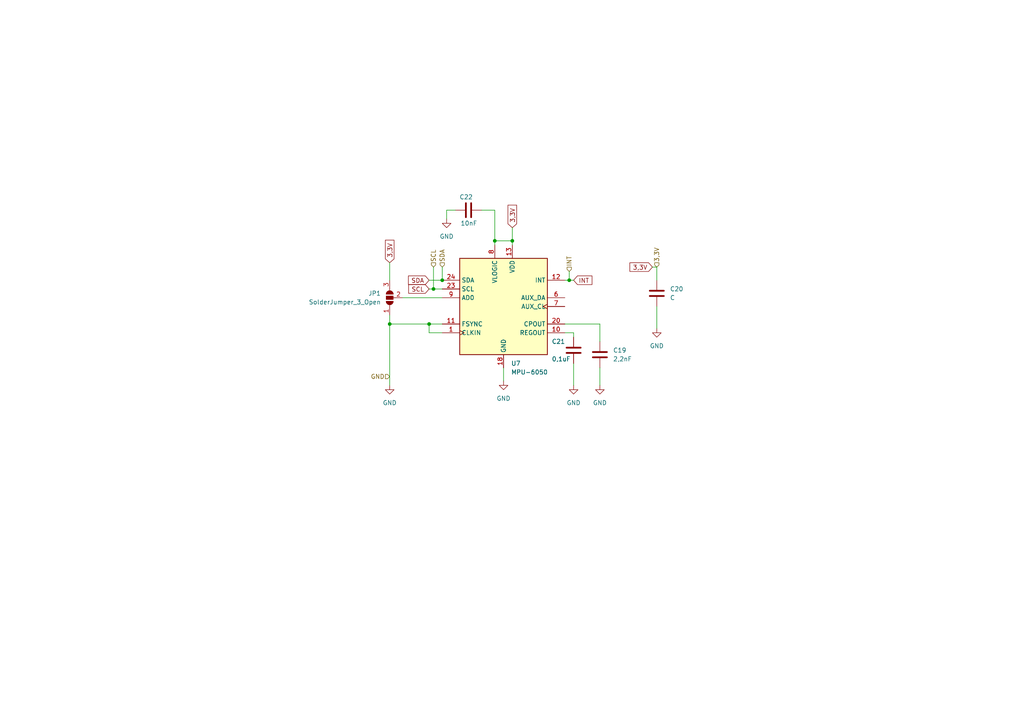
<source format=kicad_sch>
(kicad_sch (version 20230121) (generator eeschema)

  (uuid 6f350e2f-c20e-4c2f-9bd6-6dab14b5e588)

  (paper "A4")

  (lib_symbols
    (symbol "Device:C" (pin_numbers hide) (pin_names (offset 0.254)) (in_bom yes) (on_board yes)
      (property "Reference" "C" (at 0.635 2.54 0)
        (effects (font (size 1.27 1.27)) (justify left))
      )
      (property "Value" "C" (at 0.635 -2.54 0)
        (effects (font (size 1.27 1.27)) (justify left))
      )
      (property "Footprint" "" (at 0.9652 -3.81 0)
        (effects (font (size 1.27 1.27)) hide)
      )
      (property "Datasheet" "~" (at 0 0 0)
        (effects (font (size 1.27 1.27)) hide)
      )
      (property "ki_keywords" "cap capacitor" (at 0 0 0)
        (effects (font (size 1.27 1.27)) hide)
      )
      (property "ki_description" "Unpolarized capacitor" (at 0 0 0)
        (effects (font (size 1.27 1.27)) hide)
      )
      (property "ki_fp_filters" "C_*" (at 0 0 0)
        (effects (font (size 1.27 1.27)) hide)
      )
      (symbol "C_0_1"
        (polyline
          (pts
            (xy -2.032 -0.762)
            (xy 2.032 -0.762)
          )
          (stroke (width 0.508) (type default))
          (fill (type none))
        )
        (polyline
          (pts
            (xy -2.032 0.762)
            (xy 2.032 0.762)
          )
          (stroke (width 0.508) (type default))
          (fill (type none))
        )
      )
      (symbol "C_1_1"
        (pin passive line (at 0 3.81 270) (length 2.794)
          (name "~" (effects (font (size 1.27 1.27))))
          (number "1" (effects (font (size 1.27 1.27))))
        )
        (pin passive line (at 0 -3.81 90) (length 2.794)
          (name "~" (effects (font (size 1.27 1.27))))
          (number "2" (effects (font (size 1.27 1.27))))
        )
      )
    )
    (symbol "Jumper:SolderJumper_3_Open" (pin_names (offset 0) hide) (in_bom yes) (on_board yes)
      (property "Reference" "JP" (at -2.54 -2.54 0)
        (effects (font (size 1.27 1.27)))
      )
      (property "Value" "SolderJumper_3_Open" (at 0 2.794 0)
        (effects (font (size 1.27 1.27)))
      )
      (property "Footprint" "" (at 0 0 0)
        (effects (font (size 1.27 1.27)) hide)
      )
      (property "Datasheet" "~" (at 0 0 0)
        (effects (font (size 1.27 1.27)) hide)
      )
      (property "ki_keywords" "Solder Jumper SPDT" (at 0 0 0)
        (effects (font (size 1.27 1.27)) hide)
      )
      (property "ki_description" "Solder Jumper, 3-pole, open" (at 0 0 0)
        (effects (font (size 1.27 1.27)) hide)
      )
      (property "ki_fp_filters" "SolderJumper*Open*" (at 0 0 0)
        (effects (font (size 1.27 1.27)) hide)
      )
      (symbol "SolderJumper_3_Open_0_1"
        (arc (start -1.016 1.016) (mid -2.0276 0) (end -1.016 -1.016)
          (stroke (width 0) (type default))
          (fill (type none))
        )
        (arc (start -1.016 1.016) (mid -2.0276 0) (end -1.016 -1.016)
          (stroke (width 0) (type default))
          (fill (type outline))
        )
        (rectangle (start -0.508 1.016) (end 0.508 -1.016)
          (stroke (width 0) (type default))
          (fill (type outline))
        )
        (polyline
          (pts
            (xy -2.54 0)
            (xy -2.032 0)
          )
          (stroke (width 0) (type default))
          (fill (type none))
        )
        (polyline
          (pts
            (xy -1.016 1.016)
            (xy -1.016 -1.016)
          )
          (stroke (width 0) (type default))
          (fill (type none))
        )
        (polyline
          (pts
            (xy 0 -1.27)
            (xy 0 -1.016)
          )
          (stroke (width 0) (type default))
          (fill (type none))
        )
        (polyline
          (pts
            (xy 1.016 1.016)
            (xy 1.016 -1.016)
          )
          (stroke (width 0) (type default))
          (fill (type none))
        )
        (polyline
          (pts
            (xy 2.54 0)
            (xy 2.032 0)
          )
          (stroke (width 0) (type default))
          (fill (type none))
        )
        (arc (start 1.016 -1.016) (mid 2.0276 0) (end 1.016 1.016)
          (stroke (width 0) (type default))
          (fill (type none))
        )
        (arc (start 1.016 -1.016) (mid 2.0276 0) (end 1.016 1.016)
          (stroke (width 0) (type default))
          (fill (type outline))
        )
      )
      (symbol "SolderJumper_3_Open_1_1"
        (pin passive line (at -5.08 0 0) (length 2.54)
          (name "A" (effects (font (size 1.27 1.27))))
          (number "1" (effects (font (size 1.27 1.27))))
        )
        (pin passive line (at 0 -3.81 90) (length 2.54)
          (name "C" (effects (font (size 1.27 1.27))))
          (number "2" (effects (font (size 1.27 1.27))))
        )
        (pin passive line (at 5.08 0 180) (length 2.54)
          (name "B" (effects (font (size 1.27 1.27))))
          (number "3" (effects (font (size 1.27 1.27))))
        )
      )
    )
    (symbol "Sensor_Motion:MPU-6050" (in_bom yes) (on_board yes)
      (property "Reference" "U" (at -11.43 13.97 0)
        (effects (font (size 1.27 1.27)))
      )
      (property "Value" "MPU-6050" (at 7.62 -15.24 0)
        (effects (font (size 1.27 1.27)))
      )
      (property "Footprint" "Sensor_Motion:InvenSense_QFN-24_4x4mm_P0.5mm" (at 0 -20.32 0)
        (effects (font (size 1.27 1.27)) hide)
      )
      (property "Datasheet" "https://invensense.tdk.com/wp-content/uploads/2015/02/MPU-6000-Datasheet1.pdf" (at 0 -3.81 0)
        (effects (font (size 1.27 1.27)) hide)
      )
      (property "ki_keywords" "mems" (at 0 0 0)
        (effects (font (size 1.27 1.27)) hide)
      )
      (property "ki_description" "InvenSense 6-Axis Motion Sensor, Gyroscope, Accelerometer, I2C" (at 0 0 0)
        (effects (font (size 1.27 1.27)) hide)
      )
      (property "ki_fp_filters" "*QFN*4x4mm*P0.5mm*" (at 0 0 0)
        (effects (font (size 1.27 1.27)) hide)
      )
      (symbol "MPU-6050_0_0"
        (text "" (at 12.7 -2.54 0)
          (effects (font (size 1.27 1.27)))
        )
      )
      (symbol "MPU-6050_0_1"
        (rectangle (start -12.7 13.97) (end 12.7 -13.97)
          (stroke (width 0.254) (type default))
          (fill (type background))
        )
      )
      (symbol "MPU-6050_1_1"
        (pin input clock (at -17.78 -7.62 0) (length 5.08)
          (name "CLKIN" (effects (font (size 1.27 1.27))))
          (number "1" (effects (font (size 1.27 1.27))))
        )
        (pin passive line (at 17.78 -7.62 180) (length 5.08)
          (name "REGOUT" (effects (font (size 1.27 1.27))))
          (number "10" (effects (font (size 1.27 1.27))))
        )
        (pin input line (at -17.78 -5.08 0) (length 5.08)
          (name "FSYNC" (effects (font (size 1.27 1.27))))
          (number "11" (effects (font (size 1.27 1.27))))
        )
        (pin output line (at 17.78 7.62 180) (length 5.08)
          (name "INT" (effects (font (size 1.27 1.27))))
          (number "12" (effects (font (size 1.27 1.27))))
        )
        (pin power_in line (at 2.54 17.78 270) (length 3.81)
          (name "VDD" (effects (font (size 1.27 1.27))))
          (number "13" (effects (font (size 1.27 1.27))))
        )
        (pin no_connect line (at -12.7 -10.16 0) (length 2.54) hide
          (name "NC" (effects (font (size 1.27 1.27))))
          (number "14" (effects (font (size 1.27 1.27))))
        )
        (pin no_connect line (at 12.7 12.7 180) (length 2.54) hide
          (name "NC" (effects (font (size 1.27 1.27))))
          (number "15" (effects (font (size 1.27 1.27))))
        )
        (pin no_connect line (at 12.7 10.16 180) (length 2.54) hide
          (name "NC" (effects (font (size 1.27 1.27))))
          (number "16" (effects (font (size 1.27 1.27))))
        )
        (pin no_connect line (at 12.7 5.08 180) (length 2.54) hide
          (name "NC" (effects (font (size 1.27 1.27))))
          (number "17" (effects (font (size 1.27 1.27))))
        )
        (pin power_in line (at 0 -17.78 90) (length 3.81)
          (name "GND" (effects (font (size 1.27 1.27))))
          (number "18" (effects (font (size 1.27 1.27))))
        )
        (pin no_connect line (at 12.7 -10.16 180) (length 2.54) hide
          (name "RESV" (effects (font (size 1.27 1.27))))
          (number "19" (effects (font (size 1.27 1.27))))
        )
        (pin no_connect line (at -12.7 12.7 0) (length 2.54) hide
          (name "NC" (effects (font (size 1.27 1.27))))
          (number "2" (effects (font (size 1.27 1.27))))
        )
        (pin passive line (at 17.78 -5.08 180) (length 5.08)
          (name "CPOUT" (effects (font (size 1.27 1.27))))
          (number "20" (effects (font (size 1.27 1.27))))
        )
        (pin no_connect line (at 12.7 -2.54 180) (length 2.54) hide
          (name "RESV" (effects (font (size 1.27 1.27))))
          (number "21" (effects (font (size 1.27 1.27))))
        )
        (pin no_connect line (at 12.7 -12.7 180) (length 2.54) hide
          (name "RESV" (effects (font (size 1.27 1.27))))
          (number "22" (effects (font (size 1.27 1.27))))
        )
        (pin input line (at -17.78 5.08 0) (length 5.08)
          (name "SCL" (effects (font (size 1.27 1.27))))
          (number "23" (effects (font (size 1.27 1.27))))
        )
        (pin bidirectional line (at -17.78 7.62 0) (length 5.08)
          (name "SDA" (effects (font (size 1.27 1.27))))
          (number "24" (effects (font (size 1.27 1.27))))
        )
        (pin no_connect line (at -12.7 10.16 0) (length 2.54) hide
          (name "NC" (effects (font (size 1.27 1.27))))
          (number "3" (effects (font (size 1.27 1.27))))
        )
        (pin no_connect line (at -12.7 0 0) (length 2.54) hide
          (name "NC" (effects (font (size 1.27 1.27))))
          (number "4" (effects (font (size 1.27 1.27))))
        )
        (pin no_connect line (at -12.7 -2.54 0) (length 2.54) hide
          (name "NC" (effects (font (size 1.27 1.27))))
          (number "5" (effects (font (size 1.27 1.27))))
        )
        (pin bidirectional line (at 17.78 2.54 180) (length 5.08)
          (name "AUX_DA" (effects (font (size 1.27 1.27))))
          (number "6" (effects (font (size 1.27 1.27))))
        )
        (pin output clock (at 17.78 0 180) (length 5.08)
          (name "AUX_CL" (effects (font (size 1.27 1.27))))
          (number "7" (effects (font (size 1.27 1.27))))
        )
        (pin power_in line (at -2.54 17.78 270) (length 3.81)
          (name "VLOGIC" (effects (font (size 1.27 1.27))))
          (number "8" (effects (font (size 1.27 1.27))))
        )
        (pin input line (at -17.78 2.54 0) (length 5.08)
          (name "AD0" (effects (font (size 1.27 1.27))))
          (number "9" (effects (font (size 1.27 1.27))))
        )
      )
    )
    (symbol "power:GND" (power) (pin_names (offset 0)) (in_bom yes) (on_board yes)
      (property "Reference" "#PWR" (at 0 -6.35 0)
        (effects (font (size 1.27 1.27)) hide)
      )
      (property "Value" "GND" (at 0 -3.81 0)
        (effects (font (size 1.27 1.27)))
      )
      (property "Footprint" "" (at 0 0 0)
        (effects (font (size 1.27 1.27)) hide)
      )
      (property "Datasheet" "" (at 0 0 0)
        (effects (font (size 1.27 1.27)) hide)
      )
      (property "ki_keywords" "global power" (at 0 0 0)
        (effects (font (size 1.27 1.27)) hide)
      )
      (property "ki_description" "Power symbol creates a global label with name \"GND\" , ground" (at 0 0 0)
        (effects (font (size 1.27 1.27)) hide)
      )
      (symbol "GND_0_1"
        (polyline
          (pts
            (xy 0 0)
            (xy 0 -1.27)
            (xy 1.27 -1.27)
            (xy 0 -2.54)
            (xy -1.27 -1.27)
            (xy 0 -1.27)
          )
          (stroke (width 0) (type default))
          (fill (type none))
        )
      )
      (symbol "GND_1_1"
        (pin power_in line (at 0 0 270) (length 0) hide
          (name "GND" (effects (font (size 1.27 1.27))))
          (number "1" (effects (font (size 1.27 1.27))))
        )
      )
    )
  )

  (junction (at 113.03 93.98) (diameter 0) (color 0 0 0 0)
    (uuid 0c8321a4-3282-4160-a783-3b686cac39d5)
  )
  (junction (at 165.1 81.28) (diameter 0) (color 0 0 0 0)
    (uuid 4bed2f93-3be7-44fb-b5c0-68ffb5e18cc3)
  )
  (junction (at 143.51 69.85) (diameter 0) (color 0 0 0 0)
    (uuid 57e1b743-a02f-4eeb-801f-38c05e0c4716)
  )
  (junction (at 124.46 93.98) (diameter 0) (color 0 0 0 0)
    (uuid 6172d2bb-6dcd-497c-98e3-c495762519d4)
  )
  (junction (at 128.27 81.28) (diameter 0) (color 0 0 0 0)
    (uuid 66a038d0-d077-4b82-9c34-bbbedc4cc4f6)
  )
  (junction (at 125.73 83.82) (diameter 0) (color 0 0 0 0)
    (uuid 6f0710e8-b536-404d-8cc9-a2adb6f8c724)
  )
  (junction (at 148.59 69.85) (diameter 0) (color 0 0 0 0)
    (uuid cc2bdf96-9429-4a2d-b7dd-8e851ccf97d6)
  )

  (wire (pts (xy 124.46 83.82) (xy 125.73 83.82))
    (stroke (width 0) (type default))
    (uuid 00b4a5ac-d8d6-4f0a-bc0d-8577207964b9)
  )
  (wire (pts (xy 113.03 93.98) (xy 113.03 111.76))
    (stroke (width 0) (type default))
    (uuid 016f01df-edb6-4e4b-9d71-cf9db907750d)
  )
  (wire (pts (xy 190.5 81.28) (xy 190.5 77.47))
    (stroke (width 0) (type default))
    (uuid 033aefd6-296e-499d-8832-deda3b94cbbd)
  )
  (wire (pts (xy 166.37 105.41) (xy 166.37 111.76))
    (stroke (width 0) (type default))
    (uuid 04483bc6-f6fa-49fe-845f-7077120b99e8)
  )
  (wire (pts (xy 148.59 69.85) (xy 148.59 71.12))
    (stroke (width 0) (type default))
    (uuid 09d65a86-c49c-4f31-8be1-9912cb28ece9)
  )
  (wire (pts (xy 143.51 60.96) (xy 139.7 60.96))
    (stroke (width 0) (type default))
    (uuid 0bf0ef31-83b1-40bd-bdf1-4bfcae05b54f)
  )
  (wire (pts (xy 124.46 81.28) (xy 128.27 81.28))
    (stroke (width 0) (type default))
    (uuid 14a4ab85-45c0-4985-a8b2-53d5695fb93f)
  )
  (wire (pts (xy 125.73 77.47) (xy 125.73 83.82))
    (stroke (width 0) (type default))
    (uuid 1843dce8-a3fe-4871-9ace-2f606b6a6f58)
  )
  (wire (pts (xy 113.03 76.2) (xy 113.03 81.28))
    (stroke (width 0) (type default))
    (uuid 1d0cfac3-90ac-4e32-b085-7bb52448ac4d)
  )
  (wire (pts (xy 128.27 77.47) (xy 128.27 81.28))
    (stroke (width 0) (type default))
    (uuid 2b178d33-bf7c-48b8-8954-67c68efa6913)
  )
  (wire (pts (xy 166.37 96.52) (xy 166.37 97.79))
    (stroke (width 0) (type default))
    (uuid 4c1b6aad-f2fc-44ef-8f37-efafbe723fb3)
  )
  (wire (pts (xy 148.59 69.85) (xy 143.51 69.85))
    (stroke (width 0) (type default))
    (uuid 4fdb9590-a13f-44e0-89ee-7c9c169584c0)
  )
  (wire (pts (xy 190.5 88.9) (xy 190.5 95.25))
    (stroke (width 0) (type default))
    (uuid 5b6886b8-5649-49d0-9088-86224912a5ad)
  )
  (wire (pts (xy 113.03 93.98) (xy 124.46 93.98))
    (stroke (width 0) (type default))
    (uuid 6549c7b4-720a-4417-a6f5-c87c55d3b101)
  )
  (wire (pts (xy 129.54 63.5) (xy 129.54 60.96))
    (stroke (width 0) (type default))
    (uuid 6787bc70-549f-4ea3-a783-f60ef685d632)
  )
  (wire (pts (xy 143.51 60.96) (xy 143.51 69.85))
    (stroke (width 0) (type default))
    (uuid 7bacd7d3-7e99-4cb4-8184-cbf88d1581a0)
  )
  (wire (pts (xy 129.54 60.96) (xy 132.08 60.96))
    (stroke (width 0) (type default))
    (uuid 835fccce-7c0b-4811-a13d-a4748981944a)
  )
  (wire (pts (xy 173.99 93.98) (xy 173.99 99.06))
    (stroke (width 0) (type default))
    (uuid 86da7c70-e042-48ba-b8e7-9424b002179a)
  )
  (wire (pts (xy 163.83 96.52) (xy 166.37 96.52))
    (stroke (width 0) (type default))
    (uuid 8b5ca662-a3e1-494d-930a-80669b6af69a)
  )
  (wire (pts (xy 124.46 96.52) (xy 124.46 93.98))
    (stroke (width 0) (type default))
    (uuid 918e492e-cb60-43a3-91e8-15431623bf04)
  )
  (wire (pts (xy 128.27 96.52) (xy 124.46 96.52))
    (stroke (width 0) (type default))
    (uuid 95e94f9d-144f-4265-84db-9a18c7569875)
  )
  (wire (pts (xy 146.05 106.68) (xy 146.05 110.49))
    (stroke (width 0) (type default))
    (uuid a134c217-0a55-4aa1-8731-ae46890bc563)
  )
  (wire (pts (xy 163.83 93.98) (xy 173.99 93.98))
    (stroke (width 0) (type default))
    (uuid a1c0038f-5749-42ef-bb91-7ed0f1e81cec)
  )
  (wire (pts (xy 116.84 86.36) (xy 128.27 86.36))
    (stroke (width 0) (type default))
    (uuid a32d173b-2c34-4d80-8e61-c6ad93f4905f)
  )
  (wire (pts (xy 124.46 93.98) (xy 128.27 93.98))
    (stroke (width 0) (type default))
    (uuid b0944a63-bc1a-4bdd-95f6-128cfc244a64)
  )
  (wire (pts (xy 165.1 78.74) (xy 165.1 81.28))
    (stroke (width 0) (type default))
    (uuid b4e8fe62-f2f6-4286-9748-f22125715eac)
  )
  (wire (pts (xy 165.1 81.28) (xy 166.37 81.28))
    (stroke (width 0) (type default))
    (uuid ba77a25a-81e4-4c2f-a583-6a8caa0e14ed)
  )
  (wire (pts (xy 148.59 66.04) (xy 148.59 69.85))
    (stroke (width 0) (type default))
    (uuid c19b985e-c313-4508-8b66-c24f1613b9d8)
  )
  (wire (pts (xy 143.51 69.85) (xy 143.51 71.12))
    (stroke (width 0) (type default))
    (uuid c748af03-808d-460b-ad1c-8863ef1ac758)
  )
  (wire (pts (xy 163.83 81.28) (xy 165.1 81.28))
    (stroke (width 0) (type default))
    (uuid c930253e-682a-446b-a767-034c9d495cee)
  )
  (wire (pts (xy 125.73 83.82) (xy 128.27 83.82))
    (stroke (width 0) (type default))
    (uuid ce813582-8208-47e1-80dc-86c725bdb219)
  )
  (wire (pts (xy 173.99 106.68) (xy 173.99 111.76))
    (stroke (width 0) (type default))
    (uuid d1d919e8-bd88-418e-9d3a-6b331d684ebb)
  )
  (wire (pts (xy 190.5 77.47) (xy 189.23 77.47))
    (stroke (width 0) (type default))
    (uuid f06c43ce-7b0e-4345-9baf-65141b9aa8be)
  )
  (wire (pts (xy 113.03 91.44) (xy 113.03 93.98))
    (stroke (width 0) (type default))
    (uuid f37b2410-3382-49d9-8153-b939a6e1fe34)
  )

  (global_label "SDA" (shape input) (at 124.46 81.28 180) (fields_autoplaced)
    (effects (font (size 1.27 1.27)) (justify right))
    (uuid 75a2621a-ad8f-46ed-a206-fe7f9ee4b0f9)
    (property "Intersheetrefs" "${INTERSHEET_REFS}" (at 117.9067 81.28 0)
      (effects (font (size 1.27 1.27)) (justify right) hide)
    )
  )
  (global_label "INT" (shape input) (at 166.37 81.28 0) (fields_autoplaced)
    (effects (font (size 1.27 1.27)) (justify left))
    (uuid 91be97bc-e3ea-4d06-9cd2-dbeb36293ec3)
    (property "Intersheetrefs" "${INTERSHEET_REFS}" (at 172.2581 81.28 0)
      (effects (font (size 1.27 1.27)) (justify left) hide)
    )
  )
  (global_label "SCL" (shape input) (at 124.46 83.82 180) (fields_autoplaced)
    (effects (font (size 1.27 1.27)) (justify right))
    (uuid 93ff8267-fed9-49d0-96aa-5e4bda642d39)
    (property "Intersheetrefs" "${INTERSHEET_REFS}" (at 117.9672 83.82 0)
      (effects (font (size 1.27 1.27)) (justify right) hide)
    )
  )
  (global_label "3,3V" (shape input) (at 189.23 77.47 180) (fields_autoplaced)
    (effects (font (size 1.27 1.27)) (justify right))
    (uuid c09ff51c-f2e7-4b86-a453-8cfb55361745)
    (property "Intersheetrefs" "${INTERSHEET_REFS}" (at 182.1324 77.47 0)
      (effects (font (size 1.27 1.27)) (justify right) hide)
    )
  )
  (global_label "3,3V" (shape input) (at 113.03 76.2 90) (fields_autoplaced)
    (effects (font (size 1.27 1.27)) (justify left))
    (uuid d5d99f10-2450-477b-a0f1-76c46d76a298)
    (property "Intersheetrefs" "${INTERSHEET_REFS}" (at 113.03 69.1024 90)
      (effects (font (size 1.27 1.27)) (justify left) hide)
    )
  )
  (global_label "3,3V" (shape input) (at 148.59 66.04 90) (fields_autoplaced)
    (effects (font (size 1.27 1.27)) (justify left))
    (uuid fc62c041-9bb2-4b56-a93c-7366a840233a)
    (property "Intersheetrefs" "${INTERSHEET_REFS}" (at 148.59 58.9424 90)
      (effects (font (size 1.27 1.27)) (justify left) hide)
    )
  )

  (hierarchical_label "3,3V" (shape input) (at 190.5 77.47 90) (fields_autoplaced)
    (effects (font (size 1.27 1.27)) (justify left))
    (uuid 2d9e447d-14ec-4b12-94f7-45a8f93c7f7b)
  )
  (hierarchical_label "SCL" (shape input) (at 125.73 77.47 90) (fields_autoplaced)
    (effects (font (size 1.27 1.27)) (justify left))
    (uuid 49abf0cc-f9cf-4096-a169-002d8a38a657)
  )
  (hierarchical_label "SDA" (shape input) (at 128.27 77.47 90) (fields_autoplaced)
    (effects (font (size 1.27 1.27)) (justify left))
    (uuid 519a4484-1a3e-4cd9-8462-9deb7d24d5d0)
  )
  (hierarchical_label "INT" (shape input) (at 165.1 78.74 90) (fields_autoplaced)
    (effects (font (size 1.27 1.27)) (justify left))
    (uuid 9596bd5d-f4f3-496b-bda7-f8c4fe7f946c)
  )
  (hierarchical_label "GND" (shape input) (at 113.03 109.22 180) (fields_autoplaced)
    (effects (font (size 1.27 1.27)) (justify right))
    (uuid da58fbab-ce6c-47b2-af55-e17b31bbf36a)
  )

  (symbol (lib_id "power:GND") (at 146.05 110.49 0) (unit 1)
    (in_bom yes) (on_board yes) (dnp no) (fields_autoplaced)
    (uuid 1cf292c3-4641-495f-ac26-eb1587370701)
    (property "Reference" "#PWR050" (at 146.05 116.84 0)
      (effects (font (size 1.27 1.27)) hide)
    )
    (property "Value" "GND" (at 146.05 115.57 0)
      (effects (font (size 1.27 1.27)))
    )
    (property "Footprint" "" (at 146.05 110.49 0)
      (effects (font (size 1.27 1.27)) hide)
    )
    (property "Datasheet" "" (at 146.05 110.49 0)
      (effects (font (size 1.27 1.27)) hide)
    )
    (pin "1" (uuid 52352934-5b34-4aeb-822b-b64573c023a7))
    (instances
      (project "fred_v3"
        (path "/210292b2-d6ba-424c-bd40-e4a2be18eb8d/0e3fc8cf-969d-492f-823d-ed0765038f7e/cb2022f3-76dc-4488-87ab-d14263ff5040"
          (reference "#PWR050") (unit 1)
        )
      )
    )
  )

  (symbol (lib_id "Jumper:SolderJumper_3_Open") (at 113.03 86.36 90) (unit 1)
    (in_bom yes) (on_board yes) (dnp no) (fields_autoplaced)
    (uuid 268f6510-1d45-426a-b825-b85f5645ef1c)
    (property "Reference" "JP1" (at 110.49 85.09 90)
      (effects (font (size 1.27 1.27)) (justify left))
    )
    (property "Value" "SolderJumper_3_Open" (at 110.49 87.63 90)
      (effects (font (size 1.27 1.27)) (justify left))
    )
    (property "Footprint" "" (at 113.03 86.36 0)
      (effects (font (size 1.27 1.27)) hide)
    )
    (property "Datasheet" "~" (at 113.03 86.36 0)
      (effects (font (size 1.27 1.27)) hide)
    )
    (pin "1" (uuid 015ce12c-b2d8-4436-9791-f85c870ac723))
    (pin "2" (uuid a6e53719-c6a4-4f90-8126-81f28fda6d05))
    (pin "3" (uuid b955ef99-661a-4f11-913e-a440f007818c))
    (instances
      (project "fred_v3"
        (path "/210292b2-d6ba-424c-bd40-e4a2be18eb8d/0e3fc8cf-969d-492f-823d-ed0765038f7e/cb2022f3-76dc-4488-87ab-d14263ff5040"
          (reference "JP1") (unit 1)
        )
      )
    )
  )

  (symbol (lib_id "Device:C") (at 173.99 102.87 0) (unit 1)
    (in_bom yes) (on_board yes) (dnp no) (fields_autoplaced)
    (uuid 4176d1cd-e331-43b5-a96f-fa258c5d269d)
    (property "Reference" "C19" (at 177.8 101.6 0)
      (effects (font (size 1.27 1.27)) (justify left))
    )
    (property "Value" "2,2nF" (at 177.8 104.14 0)
      (effects (font (size 1.27 1.27)) (justify left))
    )
    (property "Footprint" "" (at 174.9552 106.68 0)
      (effects (font (size 1.27 1.27)) hide)
    )
    (property "Datasheet" "~" (at 173.99 102.87 0)
      (effects (font (size 1.27 1.27)) hide)
    )
    (pin "1" (uuid 6b241557-9f90-4276-ad3d-83ebcda73953))
    (pin "2" (uuid 6d3f4865-a1d8-46bb-b905-464740309183))
    (instances
      (project "fred_v3"
        (path "/210292b2-d6ba-424c-bd40-e4a2be18eb8d/0e3fc8cf-969d-492f-823d-ed0765038f7e/cb2022f3-76dc-4488-87ab-d14263ff5040"
          (reference "C19") (unit 1)
        )
      )
    )
  )

  (symbol (lib_id "Device:C") (at 190.5 85.09 0) (unit 1)
    (in_bom yes) (on_board yes) (dnp no) (fields_autoplaced)
    (uuid 6286dd18-42b2-4645-9765-c775731cda55)
    (property "Reference" "C20" (at 194.31 83.82 0)
      (effects (font (size 1.27 1.27)) (justify left))
    )
    (property "Value" "C" (at 194.31 86.36 0)
      (effects (font (size 1.27 1.27)) (justify left))
    )
    (property "Footprint" "" (at 191.4652 88.9 0)
      (effects (font (size 1.27 1.27)) hide)
    )
    (property "Datasheet" "~" (at 190.5 85.09 0)
      (effects (font (size 1.27 1.27)) hide)
    )
    (pin "1" (uuid 5c474a8b-b055-482e-b8a8-5ad8acd8fe97))
    (pin "2" (uuid ed1ca595-53b9-40e4-9377-fa9b0f342146))
    (instances
      (project "fred_v3"
        (path "/210292b2-d6ba-424c-bd40-e4a2be18eb8d/0e3fc8cf-969d-492f-823d-ed0765038f7e/cb2022f3-76dc-4488-87ab-d14263ff5040"
          (reference "C20") (unit 1)
        )
      )
    )
  )

  (symbol (lib_id "Sensor_Motion:MPU-6050") (at 146.05 88.9 0) (unit 1)
    (in_bom yes) (on_board yes) (dnp no) (fields_autoplaced)
    (uuid 6a91b1dc-7515-4590-8c57-31d640099ddd)
    (property "Reference" "U7" (at 148.2441 105.41 0)
      (effects (font (size 1.27 1.27)) (justify left))
    )
    (property "Value" "MPU-6050" (at 148.2441 107.95 0)
      (effects (font (size 1.27 1.27)) (justify left))
    )
    (property "Footprint" "Sensor_Motion:InvenSense_QFN-24_4x4mm_P0.5mm" (at 146.05 109.22 0)
      (effects (font (size 1.27 1.27)) hide)
    )
    (property "Datasheet" "https://invensense.tdk.com/wp-content/uploads/2015/02/MPU-6000-Datasheet1.pdf" (at 146.05 92.71 0)
      (effects (font (size 1.27 1.27)) hide)
    )
    (pin "1" (uuid 7bc0f7cf-407c-49bb-8519-0efc3a2ab779))
    (pin "10" (uuid e8e973e1-b0a0-4edd-9bbf-a1ff4597dc0a))
    (pin "11" (uuid 8a94c347-ec0c-4756-bfea-827ad93ea52a))
    (pin "12" (uuid fb785699-ff58-4679-b561-ba47ac3dac09))
    (pin "13" (uuid 196cd6b9-08ee-4dbb-bdc3-2a11b18a9792))
    (pin "14" (uuid f4243865-7406-4b92-aa9b-67919ee20b0c))
    (pin "15" (uuid a47577e0-6d43-4f94-baeb-ca5e1e799c4a))
    (pin "16" (uuid bd7062e7-1c77-43f5-ab32-7a8fc4a9d203))
    (pin "17" (uuid 819a31c5-35d9-4ebd-a20e-868ac3e7602a))
    (pin "18" (uuid a5d6c6f9-a5b4-4497-9e71-f5a5b88db4ac))
    (pin "19" (uuid 0c37016c-f189-48a3-9267-2989c2de15c4))
    (pin "2" (uuid dac6e7cb-fd95-47cd-b957-ef47e552ba92))
    (pin "20" (uuid d187b540-f316-40bd-8a19-4386ecd51b63))
    (pin "21" (uuid e86b76f1-8ff2-4a23-87b2-69ac9bd8cd2b))
    (pin "22" (uuid fdce67e8-9ceb-4ed3-9d2b-26d0ecb3521f))
    (pin "23" (uuid 05795e52-5d39-4653-a74c-65b3c1f03f15))
    (pin "24" (uuid 752ab6e0-aa87-4bd1-a3b8-a674d188fb9a))
    (pin "3" (uuid ecc137c5-b748-4800-99ab-82791c289f5f))
    (pin "4" (uuid d6fac48d-c21e-48ac-86d9-c42766929bdb))
    (pin "5" (uuid 8ad0cecb-de63-42b7-b67e-3482a707d739))
    (pin "6" (uuid 0bddc56f-1fb8-4359-a956-48134d3e7c61))
    (pin "7" (uuid 7b565f17-4e6e-4e94-8240-b0d6f71f4746))
    (pin "8" (uuid c460a429-0772-4148-9fc5-190119ce635b))
    (pin "9" (uuid e696a56d-446b-4741-aa52-5cc5d709efc7))
    (instances
      (project "fred_v3"
        (path "/210292b2-d6ba-424c-bd40-e4a2be18eb8d/0e3fc8cf-969d-492f-823d-ed0765038f7e/cb2022f3-76dc-4488-87ab-d14263ff5040"
          (reference "U7") (unit 1)
        )
      )
    )
  )

  (symbol (lib_id "power:GND") (at 129.54 63.5 0) (unit 1)
    (in_bom yes) (on_board yes) (dnp no) (fields_autoplaced)
    (uuid 793c54d4-2337-4fd4-8a5d-e405b26ca0da)
    (property "Reference" "#PWR049" (at 129.54 69.85 0)
      (effects (font (size 1.27 1.27)) hide)
    )
    (property "Value" "GND" (at 129.54 68.58 0)
      (effects (font (size 1.27 1.27)))
    )
    (property "Footprint" "" (at 129.54 63.5 0)
      (effects (font (size 1.27 1.27)) hide)
    )
    (property "Datasheet" "" (at 129.54 63.5 0)
      (effects (font (size 1.27 1.27)) hide)
    )
    (pin "1" (uuid 8828ef71-97bf-47e6-b4b4-747ebcc0aba0))
    (instances
      (project "fred_v3"
        (path "/210292b2-d6ba-424c-bd40-e4a2be18eb8d/0e3fc8cf-969d-492f-823d-ed0765038f7e/cb2022f3-76dc-4488-87ab-d14263ff5040"
          (reference "#PWR049") (unit 1)
        )
      )
    )
  )

  (symbol (lib_id "power:GND") (at 166.37 111.76 0) (unit 1)
    (in_bom yes) (on_board yes) (dnp no) (fields_autoplaced)
    (uuid 850165e5-10d6-4fce-965c-5571d96b5452)
    (property "Reference" "#PWR048" (at 166.37 118.11 0)
      (effects (font (size 1.27 1.27)) hide)
    )
    (property "Value" "GND" (at 166.37 116.84 0)
      (effects (font (size 1.27 1.27)))
    )
    (property "Footprint" "" (at 166.37 111.76 0)
      (effects (font (size 1.27 1.27)) hide)
    )
    (property "Datasheet" "" (at 166.37 111.76 0)
      (effects (font (size 1.27 1.27)) hide)
    )
    (pin "1" (uuid 8c47d36a-d1e2-457d-93a4-ab80e608f4a5))
    (instances
      (project "fred_v3"
        (path "/210292b2-d6ba-424c-bd40-e4a2be18eb8d/0e3fc8cf-969d-492f-823d-ed0765038f7e/cb2022f3-76dc-4488-87ab-d14263ff5040"
          (reference "#PWR048") (unit 1)
        )
      )
    )
  )

  (symbol (lib_id "power:GND") (at 190.5 95.25 0) (unit 1)
    (in_bom yes) (on_board yes) (dnp no) (fields_autoplaced)
    (uuid ac40ef09-c735-4ef3-933b-6b94dbfd2642)
    (property "Reference" "#PWR046" (at 190.5 101.6 0)
      (effects (font (size 1.27 1.27)) hide)
    )
    (property "Value" "GND" (at 190.5 100.33 0)
      (effects (font (size 1.27 1.27)))
    )
    (property "Footprint" "" (at 190.5 95.25 0)
      (effects (font (size 1.27 1.27)) hide)
    )
    (property "Datasheet" "" (at 190.5 95.25 0)
      (effects (font (size 1.27 1.27)) hide)
    )
    (pin "1" (uuid 4544f4ce-9d4d-4154-8334-3cc17a10ab14))
    (instances
      (project "fred_v3"
        (path "/210292b2-d6ba-424c-bd40-e4a2be18eb8d/0e3fc8cf-969d-492f-823d-ed0765038f7e/cb2022f3-76dc-4488-87ab-d14263ff5040"
          (reference "#PWR046") (unit 1)
        )
      )
    )
  )

  (symbol (lib_id "power:GND") (at 173.99 111.76 0) (unit 1)
    (in_bom yes) (on_board yes) (dnp no) (fields_autoplaced)
    (uuid b48c9ed4-92fe-44a5-be1a-012c8b9f224b)
    (property "Reference" "#PWR045" (at 173.99 118.11 0)
      (effects (font (size 1.27 1.27)) hide)
    )
    (property "Value" "GND" (at 173.99 116.84 0)
      (effects (font (size 1.27 1.27)))
    )
    (property "Footprint" "" (at 173.99 111.76 0)
      (effects (font (size 1.27 1.27)) hide)
    )
    (property "Datasheet" "" (at 173.99 111.76 0)
      (effects (font (size 1.27 1.27)) hide)
    )
    (pin "1" (uuid 5f7cd898-4a0d-4d74-ac38-9a6d4a78ec8d))
    (instances
      (project "fred_v3"
        (path "/210292b2-d6ba-424c-bd40-e4a2be18eb8d/0e3fc8cf-969d-492f-823d-ed0765038f7e/cb2022f3-76dc-4488-87ab-d14263ff5040"
          (reference "#PWR045") (unit 1)
        )
      )
    )
  )

  (symbol (lib_id "Device:C") (at 135.89 60.96 90) (unit 1)
    (in_bom yes) (on_board yes) (dnp no)
    (uuid be717e91-7921-46d0-9096-521de360e898)
    (property "Reference" "C22" (at 137.16 57.15 90)
      (effects (font (size 1.27 1.27)) (justify left))
    )
    (property "Value" "10nF" (at 138.43 64.77 90)
      (effects (font (size 1.27 1.27)) (justify left))
    )
    (property "Footprint" "" (at 139.7 59.9948 0)
      (effects (font (size 1.27 1.27)) hide)
    )
    (property "Datasheet" "~" (at 135.89 60.96 0)
      (effects (font (size 1.27 1.27)) hide)
    )
    (pin "1" (uuid a60db77a-3c49-4d61-8310-5b421cec0ee4))
    (pin "2" (uuid a60ba28d-725d-409f-9cf8-6a1ec2acf7a2))
    (instances
      (project "fred_v3"
        (path "/210292b2-d6ba-424c-bd40-e4a2be18eb8d/0e3fc8cf-969d-492f-823d-ed0765038f7e/cb2022f3-76dc-4488-87ab-d14263ff5040"
          (reference "C22") (unit 1)
        )
      )
    )
  )

  (symbol (lib_id "Device:C") (at 166.37 101.6 0) (unit 1)
    (in_bom yes) (on_board yes) (dnp no)
    (uuid e7010d9c-9c91-4e4d-bc47-511414d85a0f)
    (property "Reference" "C21" (at 160.02 99.06 0)
      (effects (font (size 1.27 1.27)) (justify left))
    )
    (property "Value" "0,1uF" (at 160.02 104.14 0)
      (effects (font (size 1.27 1.27)) (justify left))
    )
    (property "Footprint" "" (at 167.3352 105.41 0)
      (effects (font (size 1.27 1.27)) hide)
    )
    (property "Datasheet" "~" (at 166.37 101.6 0)
      (effects (font (size 1.27 1.27)) hide)
    )
    (pin "1" (uuid b01a6100-b6e2-41ac-bb36-74dcdf4f11a4))
    (pin "2" (uuid c9c24aa5-0c4a-4a23-9390-1397432d68b0))
    (instances
      (project "fred_v3"
        (path "/210292b2-d6ba-424c-bd40-e4a2be18eb8d/0e3fc8cf-969d-492f-823d-ed0765038f7e/cb2022f3-76dc-4488-87ab-d14263ff5040"
          (reference "C21") (unit 1)
        )
      )
    )
  )

  (symbol (lib_id "power:GND") (at 113.03 111.76 0) (unit 1)
    (in_bom yes) (on_board yes) (dnp no) (fields_autoplaced)
    (uuid f9b53ca9-e0cd-42d9-884e-71e7c81717d9)
    (property "Reference" "#PWR047" (at 113.03 118.11 0)
      (effects (font (size 1.27 1.27)) hide)
    )
    (property "Value" "GND" (at 113.03 116.84 0)
      (effects (font (size 1.27 1.27)))
    )
    (property "Footprint" "" (at 113.03 111.76 0)
      (effects (font (size 1.27 1.27)) hide)
    )
    (property "Datasheet" "" (at 113.03 111.76 0)
      (effects (font (size 1.27 1.27)) hide)
    )
    (pin "1" (uuid 760c43e9-4c50-4984-8f95-f8e69a9c07c7))
    (instances
      (project "fred_v3"
        (path "/210292b2-d6ba-424c-bd40-e4a2be18eb8d/0e3fc8cf-969d-492f-823d-ed0765038f7e/cb2022f3-76dc-4488-87ab-d14263ff5040"
          (reference "#PWR047") (unit 1)
        )
      )
    )
  )
)

</source>
